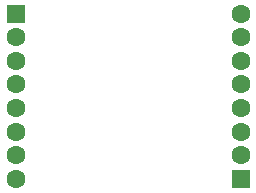
<source format=gbs>
G04 DipTrace 2.4.0.2*
%INBottomMask.gbs*%
%MOIN*%
%ADD24C,0.0631*%
%ADD26R,0.0631X0.0631*%
%FSLAX44Y44*%
G04*
G70*
G90*
G75*
G01*
%LNBotMask*%
%LPD*%
D26*
X4682Y10059D3*
D24*
Y9271D3*
Y8484D3*
Y7696D3*
Y6909D3*
Y6122D3*
Y5334D3*
Y4547D3*
D26*
X12182D3*
D24*
Y5334D3*
Y6122D3*
Y6909D3*
Y7696D3*
Y8484D3*
Y9271D3*
Y10059D3*
M02*

</source>
